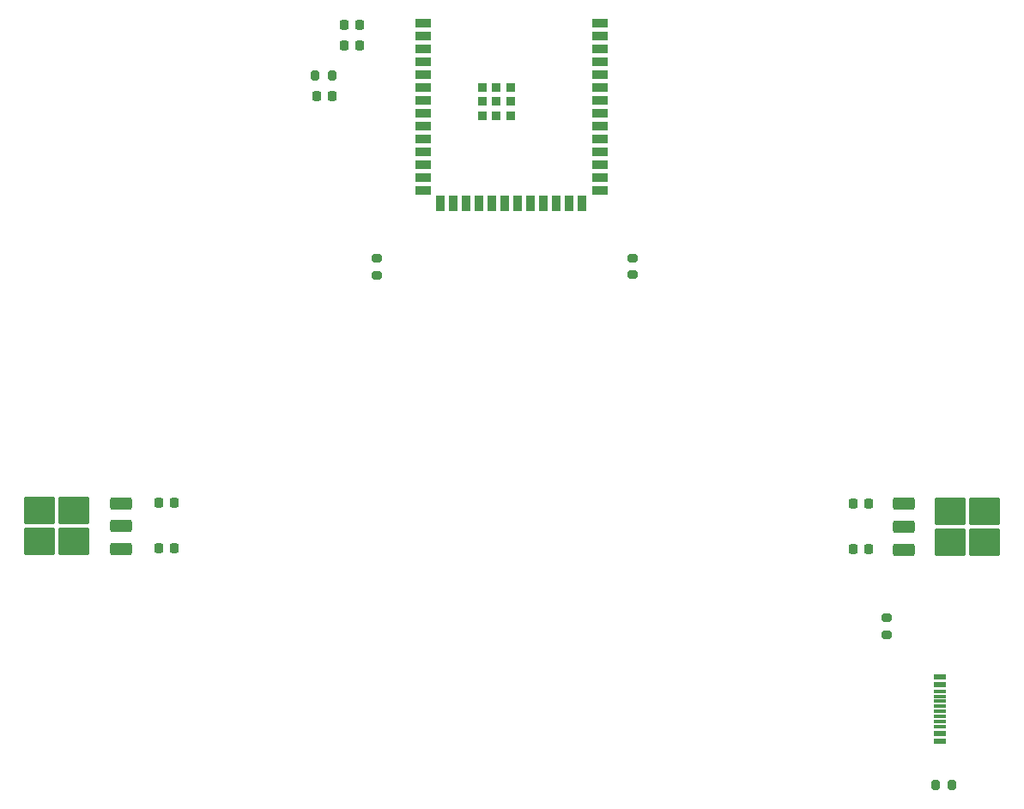
<source format=gbr>
%TF.GenerationSoftware,KiCad,Pcbnew,8.0.5*%
%TF.CreationDate,2024-11-07T23:04:13-05:00*%
%TF.ProjectId,LF02E1,4c463032-4531-42e6-9b69-6361645f7063,rev?*%
%TF.SameCoordinates,Original*%
%TF.FileFunction,Paste,Top*%
%TF.FilePolarity,Positive*%
%FSLAX46Y46*%
G04 Gerber Fmt 4.6, Leading zero omitted, Abs format (unit mm)*
G04 Created by KiCad (PCBNEW 8.0.5) date 2024-11-07 23:04:13*
%MOMM*%
%LPD*%
G01*
G04 APERTURE LIST*
G04 Aperture macros list*
%AMRoundRect*
0 Rectangle with rounded corners*
0 $1 Rounding radius*
0 $2 $3 $4 $5 $6 $7 $8 $9 X,Y pos of 4 corners*
0 Add a 4 corners polygon primitive as box body*
4,1,4,$2,$3,$4,$5,$6,$7,$8,$9,$2,$3,0*
0 Add four circle primitives for the rounded corners*
1,1,$1+$1,$2,$3*
1,1,$1+$1,$4,$5*
1,1,$1+$1,$6,$7*
1,1,$1+$1,$8,$9*
0 Add four rect primitives between the rounded corners*
20,1,$1+$1,$2,$3,$4,$5,0*
20,1,$1+$1,$4,$5,$6,$7,0*
20,1,$1+$1,$6,$7,$8,$9,0*
20,1,$1+$1,$8,$9,$2,$3,0*%
G04 Aperture macros list end*
%ADD10RoundRect,0.200000X-0.200000X-0.275000X0.200000X-0.275000X0.200000X0.275000X-0.200000X0.275000X0*%
%ADD11RoundRect,0.225000X0.225000X0.250000X-0.225000X0.250000X-0.225000X-0.250000X0.225000X-0.250000X0*%
%ADD12RoundRect,0.225000X-0.225000X-0.250000X0.225000X-0.250000X0.225000X0.250000X-0.225000X0.250000X0*%
%ADD13RoundRect,0.200000X0.275000X-0.200000X0.275000X0.200000X-0.275000X0.200000X-0.275000X-0.200000X0*%
%ADD14RoundRect,0.200000X-0.275000X0.200000X-0.275000X-0.200000X0.275000X-0.200000X0.275000X0.200000X0*%
%ADD15R,1.150000X0.600000*%
%ADD16R,1.150000X0.300000*%
%ADD17RoundRect,0.200000X0.200000X0.275000X-0.200000X0.275000X-0.200000X-0.275000X0.200000X-0.275000X0*%
%ADD18R,0.900000X0.900000*%
%ADD19R,1.500000X0.900000*%
%ADD20R,0.900000X1.500000*%
%ADD21RoundRect,0.250000X-0.850000X-0.350000X0.850000X-0.350000X0.850000X0.350000X-0.850000X0.350000X0*%
%ADD22RoundRect,0.250000X-1.275000X-1.125000X1.275000X-1.125000X1.275000X1.125000X-1.275000X1.125000X0*%
%ADD23RoundRect,0.250000X0.850000X0.350000X-0.850000X0.350000X-0.850000X-0.350000X0.850000X-0.350000X0*%
%ADD24RoundRect,0.250000X1.275000X1.125000X-1.275000X1.125000X-1.275000X-1.125000X1.275000X-1.125000X0*%
G04 APERTURE END LIST*
D10*
%TO.C,R3*%
X128175000Y-59399267D03*
X129825000Y-59399267D03*
%TD*%
D11*
%TO.C,C2*%
X182740000Y-101659267D03*
X181190000Y-101659267D03*
%TD*%
%TO.C,C1*%
X182740000Y-106159267D03*
X181190000Y-106159267D03*
%TD*%
D12*
%TO.C,C7*%
X112711624Y-106001063D03*
X114261624Y-106001063D03*
%TD*%
D13*
%TO.C,R2*%
X159500000Y-79049267D03*
X159500000Y-77399267D03*
%TD*%
D12*
%TO.C,C6*%
X112691924Y-101568494D03*
X114241924Y-101568494D03*
%TD*%
D11*
%TO.C,C4*%
X132550000Y-56399267D03*
X131000000Y-56399267D03*
%TD*%
%TO.C,C5*%
X132550000Y-54399267D03*
X131000000Y-54399267D03*
%TD*%
D14*
%TO.C,R5*%
X184500000Y-112899267D03*
X184500000Y-114549267D03*
%TD*%
D12*
%TO.C,C3*%
X128275000Y-61399267D03*
X129825000Y-61399267D03*
%TD*%
D14*
%TO.C,R1*%
X134250000Y-77424267D03*
X134250000Y-79074267D03*
%TD*%
D15*
%TO.C,J5*%
X189745000Y-125099267D03*
X189745000Y-124299267D03*
D16*
X189745000Y-123149267D03*
X189745000Y-122149267D03*
X189745000Y-121649267D03*
X189745000Y-120649267D03*
D15*
X189745000Y-118699267D03*
X189745000Y-119499267D03*
D16*
X189745000Y-120149267D03*
X189745000Y-121149267D03*
X189745000Y-122649267D03*
X189745000Y-123649267D03*
%TD*%
D17*
%TO.C,R4*%
X191000000Y-129399267D03*
X189350000Y-129399267D03*
%TD*%
D18*
%TO.C,U5*%
X144618867Y-60566897D03*
X144618867Y-61966897D03*
X144618867Y-63366897D03*
X146018867Y-60566897D03*
X146018867Y-61966897D03*
X146018867Y-63366897D03*
X147418867Y-60566897D03*
X147418867Y-61966897D03*
X147418867Y-63366897D03*
D19*
X138768867Y-54246897D03*
X138768867Y-55516897D03*
X138768867Y-56786897D03*
X138768867Y-58056897D03*
X138768867Y-59326897D03*
X138768867Y-60596897D03*
X138768867Y-61866897D03*
X138768867Y-63136897D03*
X138768867Y-64406897D03*
X138768867Y-65676897D03*
X138768867Y-66946897D03*
X138768867Y-68216897D03*
X138768867Y-69486897D03*
X138768867Y-70756897D03*
D20*
X140533867Y-72006897D03*
X141803867Y-72006897D03*
X143073867Y-72006897D03*
X144343867Y-72006897D03*
X145613867Y-72006897D03*
X146883867Y-72006897D03*
X148153867Y-72006897D03*
X149423867Y-72006897D03*
X150693867Y-72006897D03*
X151963867Y-72006897D03*
X153233867Y-72006897D03*
X154503867Y-72006897D03*
D19*
X156268867Y-70756897D03*
X156268867Y-69486897D03*
X156268867Y-68216897D03*
X156268867Y-66946897D03*
X156268867Y-65676897D03*
X156268867Y-64406897D03*
X156268867Y-63136897D03*
X156268867Y-61866897D03*
X156268867Y-60596897D03*
X156268867Y-59326897D03*
X156268867Y-58056897D03*
X156268867Y-56786897D03*
X156268867Y-55516897D03*
X156268867Y-54246897D03*
%TD*%
D21*
%TO.C,U7*%
X186200000Y-101619267D03*
X186200000Y-103899267D03*
D22*
X190825000Y-102374267D03*
X190825000Y-105424267D03*
X194175000Y-102374267D03*
X194175000Y-105424267D03*
D21*
X186200000Y-106179267D03*
%TD*%
D23*
%TO.C,U2*%
X108975000Y-106154267D03*
X108975000Y-103874267D03*
D24*
X104350000Y-105399267D03*
X104350000Y-102349267D03*
X101000000Y-105399267D03*
X101000000Y-102349267D03*
D23*
X108975000Y-101594267D03*
%TD*%
M02*

</source>
